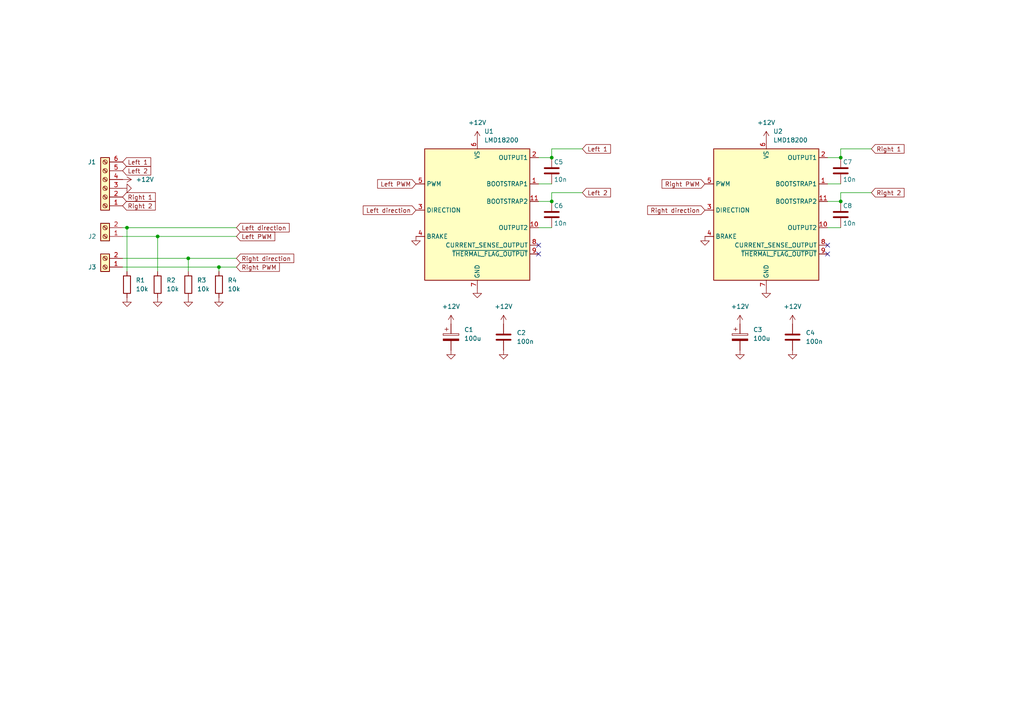
<source format=kicad_sch>
(kicad_sch (version 20211123) (generator eeschema)
  (paper "A4")
  (lib_symbols
    (symbol "Connector:Screw_Terminal_01x02" (pin_names (offset 1.016) hide)
      (property "Reference" "J" (at 0 2.54 0))
      (property "Value" "Screw_Terminal_01x02" (at 0 -5.08 0))
      (symbol "Screw_Terminal_01x02_1_1"
        (rectangle (start -1.27 1.27) (end 1.27 -3.81) (stroke (width 0.254)) (fill (type background)))
        (circle (center 0 -2.54) (radius 0.635) (stroke (width 0.1524)))
        (polyline (pts (xy -0.5334 -2.2098) (xy 0.3302 -3.048)) (stroke (width 0.1524)))
        (polyline (pts (xy -0.5334 0.3302) (xy 0.3302 -0.508)) (stroke (width 0.1524)))
        (polyline (pts (xy -0.3556 -2.032) (xy 0.508 -2.8702)) (stroke (width 0.1524)))
        (polyline (pts (xy -0.3556 0.508) (xy 0.508 -0.3302)) (stroke (width 0.1524)))
        (circle (center 0 0) (radius 0.635) (stroke (width 0.1524)))
        (pin passive line (at -5.08 0 0) (length 3.81) (name "Pin_1") (number "1"))
        (pin passive line (at -5.08 -2.54 0) (length 3.81) (name "Pin_2") (number "2"))
      )
    )
    (symbol "Connector:Screw_Terminal_01x06" (pin_names (offset 1.016) hide)
      (property "Reference" "J" (at 0 7.62 0))
      (property "Value" "Screw_Terminal_01x06" (at 0 -10.16 0))
      (symbol "Screw_Terminal_01x06_1_1"
        (rectangle (start -1.27 6.35) (end 1.27 -8.89) (stroke (width 0.254)) (fill (type background)))
        (circle (center 0 -7.62) (radius 0.635) (stroke (width 0.1524)))
        (circle (center 0 -5.08) (radius 0.635) (stroke (width 0.1524)))
        (circle (center 0 -2.54) (radius 0.635) (stroke (width 0.1524)))
        (polyline (pts (xy -0.5334 -7.2898) (xy 0.3302 -8.128)) (stroke (width 0.1524)))
        (polyline (pts (xy -0.5334 -4.7498) (xy 0.3302 -5.588)) (stroke (width 0.1524)))
        (polyline (pts (xy -0.5334 -2.2098) (xy 0.3302 -3.048)) (stroke (width 0.1524)))
        (polyline (pts (xy -0.5334 0.3302) (xy 0.3302 -0.508)) (stroke (width 0.1524)))
        (polyline (pts (xy -0.5334 2.8702) (xy 0.3302 2.032)) (stroke (width 0.1524)))
        (polyline (pts (xy -0.5334 5.4102) (xy 0.3302 4.572)) (stroke (width 0.1524)))
        (polyline (pts (xy -0.3556 -7.112) (xy 0.508 -7.9502)) (stroke (width 0.1524)))
        (polyline (pts (xy -0.3556 -4.572) (xy 0.508 -5.4102)) (stroke (width 0.1524)))
        (polyline (pts (xy -0.3556 -2.032) (xy 0.508 -2.8702)) (stroke (width 0.1524)))
        (polyline (pts (xy -0.3556 0.508) (xy 0.508 -0.3302)) (stroke (width 0.1524)))
        (polyline (pts (xy -0.3556 3.048) (xy 0.508 2.2098)) (stroke (width 0.1524)))
        (polyline (pts (xy -0.3556 5.588) (xy 0.508 4.7498)) (stroke (width 0.1524)))
        (circle (center 0 0) (radius 0.635) (stroke (width 0.1524)))
        (circle (center 0 2.54) (radius 0.635) (stroke (width 0.1524)))
        (circle (center 0 5.08) (radius 0.635) (stroke (width 0.1524)))
        (pin passive line (at -5.08 5.08 0) (length 3.81) (name "Pin_1") (number "1"))
        (pin passive line (at -5.08 2.54 0) (length 3.81) (name "Pin_2") (number "2"))
        (pin passive line (at -5.08 0 0) (length 3.81) (name "Pin_3") (number "3"))
        (pin passive line (at -5.08 -2.54 0) (length 3.81) (name "Pin_4") (number "4"))
        (pin passive line (at -5.08 -5.08 0) (length 3.81) (name "Pin_5") (number "5"))
        (pin passive line (at -5.08 -7.62 0) (length 3.81) (name "Pin_6") (number "6"))
      )
    )
    (symbol "Device:C" (pin_numbers hide) (pin_names (offset 0.254))
      (property "Reference" "C" (at 0.635 2.54 0))
      (property "Value" "C" (at 0.635 -2.54 0))
      (symbol "C_0_1"
        (polyline (pts (xy -2.032 -0.762) (xy 2.032 -0.762)) (stroke (width 0.508)))
        (polyline (pts (xy -2.032 0.762) (xy 2.032 0.762)) (stroke (width 0.508)))
      )
      (symbol "C_1_1"
        (pin passive line (at 0 3.81 270) (length 2.794) (name "~") (number "1"))
        (pin passive line (at 0 -3.81 90) (length 2.794) (name "~") (number "2"))
      )
    )
    (symbol "Device:C_Polarized" (pin_numbers hide) (pin_names (offset 0.254))
      (property "Reference" "C" (at 0.635 2.54 0))
      (property "Value" "C_Polarized" (at 0.635 -2.54 0))
      (symbol "C_Polarized_0_1"
        (rectangle (start -2.286 0.508) (end 2.286 1.016))
        (polyline (pts (xy -1.778 2.286) (xy -0.762 2.286)))
        (polyline (pts (xy -1.27 2.794) (xy -1.27 1.778)))
        (rectangle (start 2.286 -0.508) (end -2.286 -1.016) (fill (type outline)))
      )
      (symbol "C_Polarized_1_1"
        (pin passive line (at 0 3.81 270) (length 2.794) (name "~") (number "1"))
        (pin passive line (at 0 -3.81 90) (length 2.794) (name "~") (number "2"))
      )
    )
    (symbol "Device:R" (pin_numbers hide) (pin_names (offset 0))
      (property "Reference" "R" (at 2.032 0 90))
      (property "Value" "R" (at 0 0 90))
      (symbol "R_0_1"
        (rectangle (start -1.016 -2.54) (end 1.016 2.54) (stroke (width 0.254)))
      )
      (symbol "R_1_1"
        (pin passive line (at 0 3.81 270) (length 1.27) (name "~") (number "1"))
        (pin passive line (at 0 -3.81 90) (length 1.27) (name "~") (number "2"))
      )
    )
    (symbol "Driver_Motor:LMD18200"
      (property "Reference" "U" (at -12.7 19.05 0))
      (property "Value" "LMD18200" (at 15.24 19.05 0))
      (symbol "LMD18200_0_1"
        (rectangle (start -15.24 -20.32) (end 15.24 17.78) (stroke (width 0.254)) (fill (type background)))
      )
      (symbol "LMD18200_1_1"
        (pin passive line (at 17.78 7.62 180) (length 2.54) (name "BOOTSTRAP1") (number "1"))
        (pin output line (at 17.78 -5.08 180) (length 2.54) (name "OUTPUT2") (number "10"))
        (pin passive line (at 17.78 2.54 180) (length 2.54) (name "BOOTSTRAP2") (number "11"))
        (pin output line (at 17.78 15.24 180) (length 2.54) (name "OUTPUT1") (number "2"))
        (pin input line (at -17.78 0 0) (length 2.54) (name "DIRECTION") (number "3"))
        (pin input line (at -17.78 -7.62 0) (length 2.54) (name "BRAKE") (number "4"))
        (pin input line (at -17.78 7.62 0) (length 2.54) (name "PWM") (number "5"))
        (pin power_in line (at 0 20.32 270) (length 2.54) (name "VS") (number "6"))
        (pin power_in line (at 0 -22.86 90) (length 2.54) (name "GND") (number "7"))
        (pin output line (at 17.78 -10.16 180) (length 2.54) (name "CURRENT_SENSE_OUTPUT") (number "8"))
        (pin open_collector line (at 17.78 -12.7 180) (length 2.54) (name "~{THERMAL_FLAG_OUTPUT}") (number "9"))
      )
    )
    (symbol "power:+12V" (power) (pin_names (offset 0))
      (property "Value" "+12V" (at 0 3.556 0))
      (symbol "+12V_0_1"
        (polyline (pts (xy -0.762 1.27) (xy 0 2.54)))
        (polyline (pts (xy 0 0) (xy 0 2.54)))
        (polyline (pts (xy 0 2.54) (xy 0.762 1.27)))
      )
      (symbol "+12V_1_1"
        (pin power_in line (at 0 0 90) (length 0) hide (name "+12V") (number "1"))
      )
    )
    (symbol "power:GND" (power) (pin_names (offset 0))
      (property "Value" "GND" (at 0 -3.81 0))
      (symbol "GND_0_1"
        (polyline (pts (xy 0 0) (xy 0 -1.27) (xy 1.27 -1.27) (xy 0 -2.54) (xy -1.27 -1.27) (xy 0 -1.27)))
      )
      (symbol "GND_1_1"
        (pin power_in line (at 0 0 270) (length 0) hide (name "GND") (number "1"))
      )
    )
  )
  (junction (at 160.02 45.72))
  (junction (at 160.02 58.42))
  (junction (at 36.83 66.04))
  (junction (at 243.84 45.72))
  (junction (at 54.61 74.93))
  (junction (at 45.72 68.58))
  (junction (at 63.5 77.47))
  (junction (at 243.84 58.42))
  (no_connect (at 240.03 71.12))
  (no_connect (at 240.03 73.66))
  (no_connect (at 156.21 71.12))
  (no_connect (at 156.21 73.66))
  (wire (pts (xy 54.61 74.93) (xy 54.61 78.74)))
  (wire (pts (xy 63.5 77.47) (xy 63.5 78.74)))
  (wire (pts (xy 36.83 66.04) (xy 36.83 78.74)))
  (wire (pts (xy 160.02 43.18) (xy 168.91 43.18)))
  (wire (pts (xy 160.02 55.88) (xy 168.91 55.88)))
  (wire (pts (xy 54.61 74.93) (xy 35.56 74.93)))
  (wire (pts (xy 156.21 53.34) (xy 160.02 53.34)))
  (wire (pts (xy 68.58 74.93) (xy 54.61 74.93)))
  (wire (pts (xy 243.84 43.18) (xy 252.73 43.18)))
  (wire (pts (xy 63.5 77.47) (xy 35.56 77.47)))
  (wire (pts (xy 36.83 66.04) (xy 35.56 66.04)))
  (wire (pts (xy 243.84 43.18) (xy 243.84 45.72)))
  (wire (pts (xy 68.58 77.47) (xy 63.5 77.47)))
  (wire (pts (xy 68.58 68.58) (xy 45.72 68.58)))
  (wire (pts (xy 45.72 68.58) (xy 45.72 78.74)))
  (wire (pts (xy 240.03 66.04) (xy 243.84 66.04)))
  (wire (pts (xy 243.84 55.88) (xy 243.84 58.42)))
  (wire (pts (xy 160.02 55.88) (xy 160.02 58.42)))
  (wire (pts (xy 68.58 66.04) (xy 36.83 66.04)))
  (wire (pts (xy 156.21 45.72) (xy 160.02 45.72)))
  (wire (pts (xy 240.03 58.42) (xy 243.84 58.42)))
  (wire (pts (xy 156.21 58.42) (xy 160.02 58.42)))
  (wire (pts (xy 240.03 53.34) (xy 243.84 53.34)))
  (wire (pts (xy 243.84 55.88) (xy 252.73 55.88)))
  (wire (pts (xy 240.03 45.72) (xy 243.84 45.72)))
  (wire (pts (xy 156.21 66.04) (xy 160.02 66.04)))
  (wire (pts (xy 160.02 43.18) (xy 160.02 45.72)))
  (wire (pts (xy 45.72 68.58) (xy 35.56 68.58)))
  (global_label "Left 1" (shape input) (at 35.56 46.99 0) (property "Intersheet References" "${INTERSHEET_REFS}" (effects hide)))
  (global_label "Right direction" (shape input) (at 68.58 74.93 0) (property "Intersheet References" "${INTERSHEET_REFS}" (effects hide)))
  (global_label "Right 2" (shape input) (at 35.56 59.69 0) (property "Intersheet References" "${INTERSHEET_REFS}" (effects hide)))
  (global_label "Right 1" (shape input) (at 35.56 57.15 0) (property "Intersheet References" "${INTERSHEET_REFS}" (effects hide)))
  (global_label "Left direction" (shape input) (at 68.58 66.04 0) (property "Intersheet References" "${INTERSHEET_REFS}" (effects hide)))
  (global_label "Right 1" (shape input) (at 252.73 43.18 0) (property "Intersheet References" "${INTERSHEET_REFS}" (effects hide)))
  (global_label "Left 2" (shape input) (at 35.56 49.53 0) (property "Intersheet References" "${INTERSHEET_REFS}" (effects hide)))
  (global_label "Right PWM" (shape input) (at 68.58 77.47 0) (property "Intersheet References" "${INTERSHEET_REFS}" (effects hide)))
  (global_label "Left PWM" (shape input) (at 68.58 68.58 0) (property "Intersheet References" "${INTERSHEET_REFS}" (effects hide)))
  (global_label "Right 2" (shape input) (at 252.73 55.88 0) (property "Intersheet References" "${INTERSHEET_REFS}" (effects hide)))
  (global_label "Left 1" (shape input) (at 168.91 43.18 0) (property "Intersheet References" "${INTERSHEET_REFS}" (effects hide)))
  (global_label "Right PWM" (shape input) (at 204.47 53.34 180) (property "Intersheet References" "${INTERSHEET_REFS}" (effects hide)))
  (global_label "Left direction" (shape input) (at 120.65 60.96 180) (property "Intersheet References" "${INTERSHEET_REFS}" (effects hide)))
  (global_label "Right direction" (shape input) (at 204.47 60.96 180) (property "Intersheet References" "${INTERSHEET_REFS}" (effects hide)))
  (global_label "Left PWM" (shape input) (at 120.65 53.34 180) (property "Intersheet References" "${INTERSHEET_REFS}" (effects hide)))
  (global_label "Left 2" (shape input) (at 168.91 55.88 0) (property "Intersheet References" "${INTERSHEET_REFS}" (effects hide)))
  (symbol (lib_id "power:GND") (at 45.72 86.36 0) (unit 1)
    (property "Reference" "#PWR?" (effects hide))
    (property "Value" "GND" (effects hide))
  )
  (symbol (lib_id "power:GND") (at 138.43 83.82 0) (unit 1)
    (property "Reference" "#PWR?" (effects hide))
    (property "Value" "GND" (effects hide))
  )
  (symbol (lib_id "Connector:Screw_Terminal_01x02") (at 30.48 77.47 180) (unit 1)
    (property "Reference" "J3" (at 27.94 77.4701 0) (effects (justify left)))
    (property "Value" "Screw_Terminal_01x02" (effects hide))
  )
  (symbol (lib_id "power:GND") (at 222.25 83.82 0) (unit 1)
    (property "Reference" "#PWR?" (effects hide))
    (property "Value" "GND" (effects hide))
  )
  (symbol (lib_id "Device:C") (at 243.84 49.53 0) (unit 1)
    (property "Reference" "C7" (at 244.475 46.99 0) (effects (justify left)))
    (property "Value" "10n" (at 244.475 52.07 0) (effects (justify left)))
  )
  (symbol (lib_id "Driver_Motor:LMD18200") (at 138.43 60.96 0) (unit 1)
    (property "Reference" "U1" (at 140.4494 38.1 0) (effects (justify left)))
    (property "Value" "LMD18200" (at 140.4494 40.64 0) (effects (justify left)))
    (property "Footprint" "Package_TO_SOT_THT:TO-220-11_P3.4x5.08mm_StaggerOdd_Lead4.85mm_Vertical" (effects hide))
    (property "Datasheet" "http://www.ti.com/lit/ds/symlink/lmd18200.pdf" (effects hide))
  )
  (symbol (lib_id "power:GND") (at 146.05 101.6 0) (unit 1)
    (property "Reference" "#PWR?" (effects hide))
    (property "Value" "GND" (effects hide))
  )
  (symbol (lib_id "Driver_Motor:LMD18200") (at 222.25 60.96 0) (unit 1)
    (property "Reference" "U2" (at 224.2694 38.1 0) (effects (justify left)))
    (property "Value" "LMD18200" (at 224.2694 40.64 0) (effects (justify left)))
    (property "Footprint" "Package_TO_SOT_THT:TO-220-11_P3.4x5.08mm_StaggerOdd_Lead4.85mm_Vertical" (effects hide))
    (property "Datasheet" "http://www.ti.com/lit/ds/symlink/lmd18200.pdf" (effects hide))
  )
  (symbol (lib_id "power:+12V") (at 146.05 93.98 0) (unit 1)
    (property "Reference" "#PWR?" (effects hide))
    (property "Value" "+12V" (at 146.05 88.9 0))
  )
  (symbol (lib_id "Connector:Screw_Terminal_01x02") (at 30.48 68.58 180) (unit 1)
    (property "Reference" "J2" (at 27.94 68.5801 0) (effects (justify left)))
    (property "Value" "Screw_Terminal_01x02" (effects hide))
  )
  (symbol (lib_id "Device:R") (at 45.72 82.55 0) (unit 1)
    (property "Reference" "R2" (at 48.26 81.2799 0) (effects (justify left)))
    (property "Value" "10k" (at 48.26 83.8199 0) (effects (justify left)))
  )
  (symbol (lib_id "Device:C") (at 160.02 49.53 0) (unit 1)
    (property "Reference" "C5" (at 160.655 46.99 0) (effects (justify left)))
    (property "Value" "10n" (at 160.655 52.07 0) (effects (justify left)))
  )
  (symbol (lib_id "power:GND") (at 229.87 101.6 0) (unit 1)
    (property "Reference" "#PWR?" (effects hide))
    (property "Value" "GND" (effects hide))
  )
  (symbol (lib_id "Device:C") (at 229.87 97.79 0) (unit 1)
    (property "Reference" "C4" (at 233.68 96.5199 0) (effects (justify left)))
    (property "Value" "100n" (at 233.68 99.0599 0) (effects (justify left)))
  )
  (symbol (lib_id "power:GND") (at 36.83 86.36 0) (unit 1)
    (property "Reference" "#PWR?" (effects hide))
    (property "Value" "GND" (effects hide))
  )
  (symbol (lib_id "power:GND") (at 35.56 54.61 90) (unit 1)
    (property "Reference" "#PWR?" (effects hide))
    (property "Value" "GND" (effects hide))
  )
  (symbol (lib_id "Device:R") (at 63.5 82.55 0) (unit 1)
    (property "Reference" "R4" (at 66.04 81.2799 0) (effects (justify left)))
    (property "Value" "10k" (at 66.04 83.8199 0) (effects (justify left)))
  )
  (symbol (lib_id "power:GND") (at 63.5 86.36 0) (unit 1)
    (property "Reference" "#PWR?" (effects hide))
    (property "Value" "GND" (effects hide))
  )
  (symbol (lib_id "power:+12V") (at 35.56 52.07 270) (unit 1)
    (property "Reference" "#PWR?" (effects hide))
    (property "Value" "+12V" (at 39.37 52.0699 90) (effects (justify left)))
  )
  (symbol (lib_id "Device:R") (at 54.61 82.55 0) (unit 1)
    (property "Reference" "R3" (at 57.15 81.2799 0) (effects (justify left)))
    (property "Value" "10k" (at 57.15 83.8199 0) (effects (justify left)))
  )
  (symbol (lib_id "Device:R") (at 36.83 82.55 0) (unit 1)
    (property "Reference" "R1" (at 39.37 81.2799 0) (effects (justify left)))
    (property "Value" "10k" (at 39.37 83.8199 0) (effects (justify left)))
  )
  (symbol (lib_id "power:GND") (at 130.81 101.6 0) (unit 1)
    (property "Reference" "#PWR?" (effects hide))
    (property "Value" "GND" (effects hide))
  )
  (symbol (lib_id "power:GND") (at 54.61 86.36 0) (unit 1)
    (property "Reference" "#PWR?" (effects hide))
    (property "Value" "GND" (effects hide))
  )
  (symbol (lib_id "Device:C") (at 146.05 97.79 0) (unit 1)
    (property "Reference" "C2" (at 149.86 96.5199 0) (effects (justify left)))
    (property "Value" "100n" (at 149.86 99.0599 0) (effects (justify left)))
  )
  (symbol (lib_id "power:GND") (at 214.63 101.6 0) (unit 1)
    (property "Reference" "#PWR?" (effects hide))
    (property "Value" "GND" (effects hide))
  )
  (symbol (lib_id "power:+12V") (at 222.25 40.64 0) (unit 1)
    (property "Reference" "#PWR?" (effects hide))
    (property "Value" "+12V" (at 222.25 35.56 0))
  )
  (symbol (lib_id "Connector:Screw_Terminal_01x06") (at 30.48 54.61 180) (unit 1)
    (property "Reference" "J1" (at 26.67 46.99 0))
    (property "Value" "Screw_Terminal_01x06" (effects hide))
  )
  (symbol (lib_id "Device:C_Polarized") (at 130.81 97.79 0) (unit 1)
    (property "Reference" "C1" (at 134.62 95.6309 0) (effects (justify left)))
    (property "Value" "100u" (at 134.62 98.1709 0) (effects (justify left)))
  )
  (symbol (lib_id "Device:C") (at 243.84 62.23 0) (unit 1)
    (property "Reference" "C8" (at 244.475 59.69 0) (effects (justify left)))
    (property "Value" "10n" (at 244.475 64.77 0) (effects (justify left)))
  )
  (symbol (lib_id "power:+12V") (at 214.63 93.98 0) (unit 1)
    (property "Reference" "#PWR?" (effects hide))
    (property "Value" "+12V" (at 214.63 88.9 0))
  )
  (symbol (lib_id "power:+12V") (at 130.81 93.98 0) (unit 1)
    (property "Reference" "#PWR?" (effects hide))
    (property "Value" "+12V" (at 130.81 88.9 0))
  )
  (symbol (lib_id "power:+12V") (at 138.43 40.64 0) (unit 1)
    (property "Reference" "#PWR?" (effects hide))
    (property "Value" "+12V" (at 138.43 35.56 0))
  )
  (symbol (lib_id "power:GND") (at 204.47 68.58 0) (unit 1)
    (property "Reference" "#PWR?" (effects hide))
    (property "Value" "GND" (effects hide))
  )
  (symbol (lib_id "power:+12V") (at 229.87 93.98 0) (unit 1)
    (property "Reference" "#PWR?" (effects hide))
    (property "Value" "+12V" (at 229.87 88.9 0))
  )
  (symbol (lib_id "Device:C_Polarized") (at 214.63 97.79 0) (unit 1)
    (property "Reference" "C3" (at 218.44 95.6309 0) (effects (justify left)))
    (property "Value" "100u" (at 218.44 98.1709 0) (effects (justify left)))
  )
  (symbol (lib_id "Device:C") (at 160.02 62.23 0) (unit 1)
    (property "Reference" "C6" (at 160.655 59.69 0) (effects (justify left)))
    (property "Value" "10n" (at 160.655 64.77 0) (effects (justify left)))
  )
  (symbol (lib_id "power:GND") (at 120.65 68.58 0) (unit 1)
    (property "Reference" "#PWR?" (effects hide))
    (property "Value" "GND" (effects hide))
  )
)
</source>
